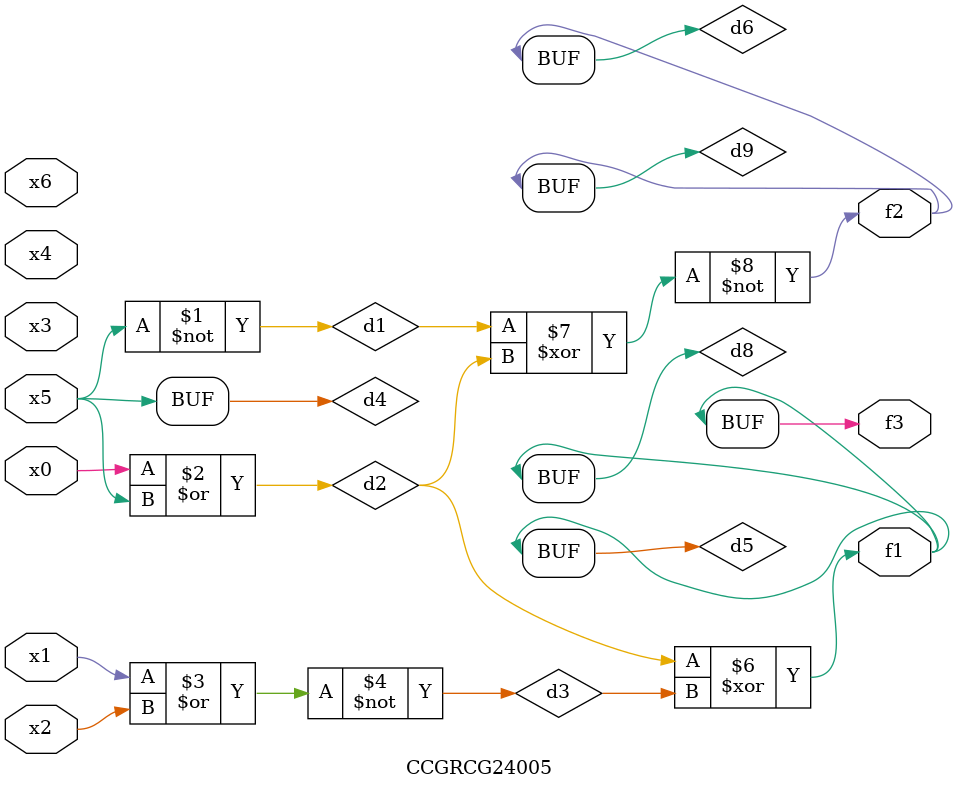
<source format=v>
module CCGRCG24005(
	input x0, x1, x2, x3, x4, x5, x6,
	output f1, f2, f3
);

	wire d1, d2, d3, d4, d5, d6, d7, d8, d9;

	nand (d1, x5);
	or (d2, x0, x5);
	nor (d3, x1, x2);
	xnor (d4, d1);
	xor (d5, d2, d3);
	xnor (d6, d1, d2);
	not (d7, x4);
	buf (d8, d5);
	xor (d9, d6);
	assign f1 = d8;
	assign f2 = d9;
	assign f3 = d8;
endmodule

</source>
